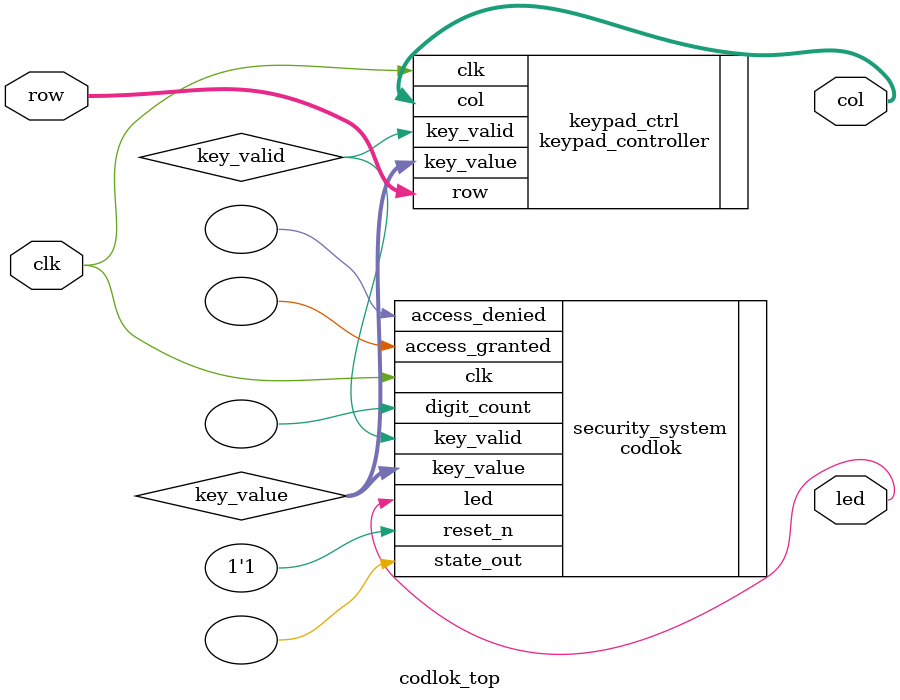
<source format=v>
module codlok_top (
    input wire clk,
    output wire led,
    // Teclado matricial - linhas e colunas
    input wire [3:0] row,
    output wire [3:0] col
);

    wire [3:0] key_value;
    wire key_valid;
    
    // Instância do controlador do teclado
    keypad_controller keypad_ctrl (
        .clk(clk),
        .row(row),
        .col(col),
        .key_value(key_value),
        .key_valid(key_valid)
    );
    
    // Instância do codlok principal
    codlok security_system (
        .clk(clk),
        .reset_n(1'b1), // Reset sempre ativo
        .key_value(key_value),
        .key_valid(key_valid),
        .led(led),
        .state_out(),    // Não usado no topo
        .digit_count(),  // Não usado no topo  
        .access_granted(), // Não usado no topo
        .access_denied()   // Não usado no topo
    );

endmodule
</source>
